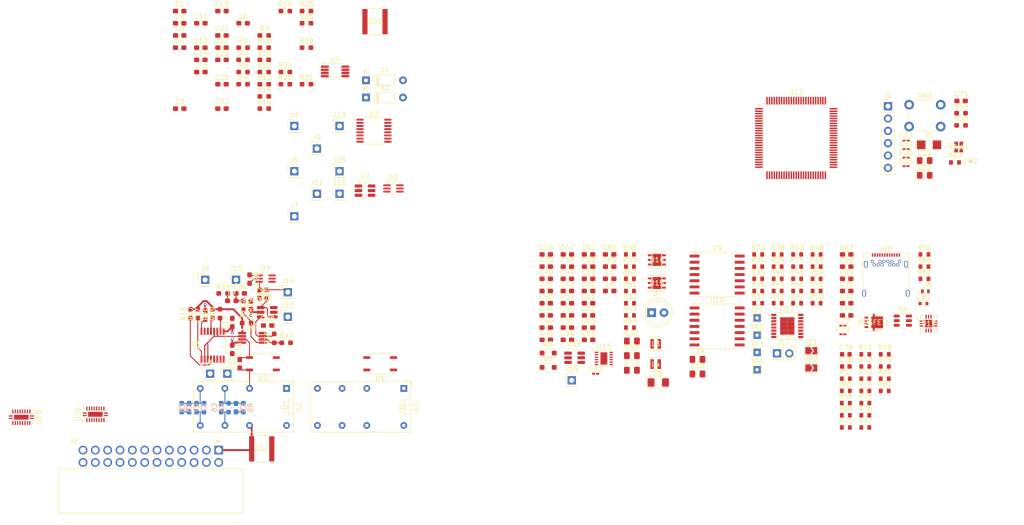
<source format=kicad_pcb>
(kicad_pcb (version 20241229) (generator "pcbnew") (generator_version "9.0")
  (title_block (title "ECE USB Multi-Function Lab Instrument") (rev "2"))
  (layers (0 "F.Cu" signal) (4 "In1.Cu" signal) (6 "In2.Cu" signal) (2 "B.Cu" signal) (13 "F.Paste" user) (15 "B.Paste" user) (5 "F.SilkS" user "F.Silkscreen") (7 "B.SilkS" user "B.Silkscreen") (1 "F.Mask" user) (3 "B.Mask" user) (25 "Edge.Cuts" user))
  (net 0 "")
  (net 1 "Net-(C1-Pad2)")
  (net 2 "GNDA")
  (net 3 "Net-(C2-Pad2)")
  (net 4 "Net-(C3-Pad2)")
  (net 5 "Net-(C3-Pad1)")
  (net 6 "Net-(C5-Pad2)")
  (net 7 "Net-(C6-Pad2)")
  (net 8 "Net-(C7-Pad1)")
  (net 9 "Net-(C7-Pad2)")
  (net 10 "Net-(J3-Pin_1)")
  (net 11 "Net-(J5-Pin_1)")
  (net 12 "Net-(J4-Pin_1)")
  (net 13 "Net-(J6-Pin_1)")
  (net 14 "GND")
  (net 15 "-5V")
  (net 16 "+5V")
  (net 17 "Net-(J9-Pin_1)")
  (net 18 "Net-(J10-Pin_1)")
  (net 19 "ADC2_INP3")
  (net 20 "ADC1_INP0")
  (net 21 "+3.3VA")
  (net 22 "Net-(U9A-+)")
  (net 23 "Net-(U10B-+)")
  (net 24 "VCAP")
  (net 25 "RCC_OSC_IN")
  (net 26 "RCC_OSC_OUT")
  (net 27 "RCC_OSC32_IN")
  (net 28 "RCC_OSC32_OUT")
  (net 29 "+12VA")
  (net 30 "-12VA")
  (net 31 "Net-(U13-Vref)")
  (net 32 "+3.3V")
  (net 33 "Net-(U13-Vfb1)")
  (net 34 "Net-(C45-Pad1)")
  (net 35 "Net-(C46-Pad1)")
  (net 36 "Net-(U13-Vfb2)")
  (net 37 "Net-(D8-K)")
  (net 38 "Net-(U16-C+)")
  (net 39 "Net-(U16-C-)")
  (net 40 "Net-(MOSFET1-G)")
  (net 41 "Net-(U17-IN_GD)")
  (net 42 "UCPD_CC1")
  (net 43 "UCPD_CC2")
  (net 44 "NRST")
  (net 45 "CH1_attenuate")
  (net 46 "CH0_attenuate")
  (net 47 "Net-(D5-A)")
  (net 48 "Net-(D6-K)")
  (net 49 "Net-(D7-K)")
  (net 50 "D-")
  (net 52 "D+")
  (net 53 "P_CH1_IN")
  (net 54 "P_CH0_IN")
  (net 55 "DEBUG_JTMS-SWDI0")
  (net 56 "DEBUG_JTD-SW0")
  (net 57 "DEBUG_JTCK_SWCLK")
  (net 58 "LOGIC_INP0")
  (net 59 "LOGIC_INP7")
  (net 60 "LOGIC_INP11")
  (net 61 "LOGIC_INP5")
  (net 62 "LOGIC_INP4")
  (net 63 "CH0_ACDC")
  (net 64 "LOGIC_INP3")
  (net 65 "LOGIC_INP2")
  (net 66 "DAC1_OUT1")
  (net 67 "DAC1_OUT2")
  (net 68 "LOGIC_INP8")
  (net 69 "LOGIC_INP6")
  (net 70 "LOGIC_INP1")
  (net 71 "CH1_ACDC")
  (net 72 "LOGIC_INP14")
  (net 73 "LOGIC_INP10")
  (net 74 "LOGIC_INP9")
  (net 75 "LOGIC_INP15")
  (net 76 "LOGIC_INP12")
  (net 77 "LOGIC_INP13")
  (net 78 "Net-(J7-Pin_1)")
  (net 79 "Net-(J8-Pin_1)")
  (net 80 "Net-(J11-Pin_1)")
  (net 81 "Net-(J12-Pin_1)")
  (net 92 "Net-(JP1-B)")
  (net 93 "/AWG_FrontEnd/C0_IN")
  (net 94 "/AWG_FrontEnd/C1_IN")
  (net 95 "Net-(JP2-B)")
  (net 96 "Net-(L1-Pad1)")
  (net 97 "Net-(L2-Pad1)")
  (net 98 "Net-(R9-Pad1)")
  (net 99 "Net-(R10-Pad1)")
  (net 100 "Net-(U3-1Y)")
  (net 101 "Net-(U5-1Y)")
  (net 102 "Net-(U3-1Z)")
  (net 103 "Net-(U3-2Z)")
  (net 104 "Net-(U3-3Z)")
  (net 105 "Net-(U3-4Z)")
  (net 106 "Net-(U5-1Z)")
  (net 107 "Net-(U5-2Z)")
  (net 108 "Net-(U5-3Z)")
  (net 109 "Net-(U5-4Z)")
  (net 110 "Net-(U4-+IN_B)")
  (net 111 "TIM2_CH3")
  (net 112 "Net-(U6-+IN_B)")
  (net 113 "TIM2_CH2")
  (net 114 "Net-(U4--IN_B)")
  (net 115 "Net-(U6--IN_B)")
  (net 116 "Net-(U4-OUT_B)")
  (net 117 "Net-(U6-OUT_B)")
  (net 118 "TIM1_CH1")
  (net 119 "TIM1_CH2")
  (net 120 "/AWG_FrontEnd/C0_FB")
  (net 121 "/AWG_FrontEnd/C1_FB")
  (net 122 "Net-(U11B-D2)")
  (net 123 "/AWG_FrontEnd/C0_OUT_G")
  (net 124 "Net-(U11B-D4)")
  (net 125 "Net-(U11A-D1)")
  (net 126 "/AWG_FrontEnd/C1_OUT_G")
  (net 127 "Net-(U11A-D3)")
  (net 128 "Net-(U9D--)")
  (net 129 "Net-(U10C--)")
  (net 130 "/AWG_FrontEnd/C0_V_OFF")
  (net 131 "/AWG_FrontEnd/C1_V_OFF")
  (net 132 "Net-(U12-BOOT0)")
  (net 133 "Net-(U12-VDDA)")
  (net 134 "VREFP")
  (net 135 "UCPD_FLT")
  (net 136 "Net-(U17-VBUS_CTRL)")
  (net 137 "CH1_amp_10")
  (net 138 "CH1_amp_5")
  (net 139 "CH1_amp_1")
  (net 140 "CH1_amp_2.5")
  (net 141 "CH0_amp_1")
  (net 142 "CH0_amp_5")
  (net 143 "CH0_amp_2.5")
  (net 144 "CH0_amp_10")
  (net 145 "GAIN_C1")
  (net 147 "GAIN_C0")
  (net 151 "LOGIC_IN6")
  (net 152 "LOGIC_IN15")
  (net 158 "DEBUG_JTRST")
  (net 159 "LOGIC_IN8")
  (net 160 "LOGIC_IN11")
  (net 162 "LOGIC_IN4")
  (net 163 "LOGIC_IN7")
  (net 167 "LOGIC_IN1")
  (net 170 "LOGIC_IN0")
  (net 171 "LOGIC_IN9")
  (net 173 "LOGIC_IN13")
  (net 176 "USCPD_DBn")
  (net 178 "LOGIC_IN12")
  (net 181 "LOGIC_IN2")
  (net 183 "DEBUG_JTDI")
  (net 184 "LOGIC_IN14")
  (net 186 "LOGIC_IN5")
  (net 190 "LOGIC_IN3")
  (net 193 "LOGIC_IN10")
  (net 196 "Net-(U15-V0)")
  (footprint "userfp:NX2016SA_NDK" (layer "F.Cu") (at 267.8943 70.9533)
    (property "Reference" "XTAL1")
    (property "Value" "NX2016SA-25M-EXS00A-CS08742")
  )
  (footprint "Jumper:SolderJumper-2_P1.3mm_Open_TrianglePad1.0x1.5mm" (layer "F.Cu") (at 237.5425 112.89)
    (property "Reference" "JP1")
    (property "Value" "SJ")
  )
  (footprint "Diode_SMD:D_0805_2012Metric_Pad1.15x1.40mm_HandSolder" (layer "F.Cu") (at 260.8975 73.745)
    (property "Reference" "C31")
    (property "Value" "2.2u")
  )
  (footprint "Resistor_SMD:R_0603_1608Metric" (layer "F.Cu") (at 244.6625 126.18)
    (property "Reference" "R69")
    (property "Value" "1M")
  )
  (footprint "userfp:IND_TAIYO_NRH2410_TAY" (layer "F.Cu") (at 205.5214 111.4725)
    (property "Reference" "L3")
    (property "Value" "4.7u")
  )
  (footprint "Capacitor_SMD:C_0201_0603Metric_Pad0.64x0.40mm_HandSolder" (layer "F.Cu") (at 257.0725 71.4)
    (property "Reference" "C34")
    (property "Value" "5.6p")
  )
  (footprint "Resistor_SMD:R_0603_1608Metric" (layer "F.Cu") (at 244.6625 121.16)
    (property "Reference" "R65")
    (property "Value" "1M")
  )
  (footprint "Inductor_SMD:L_0603_1608Metric_Pad1.05x0.95mm_HandSolder" (layer "F.Cu") (at 196.0425 98.09)
    (property "Reference" "L5")
    (property "Value" "47u")
  )
  (footprint "Package_SO:VSSOP-8_3x3mm_P0.65mm" (layer "F.Cu") (at 122.5085 110.236)
    (property "Reference" "U6")
    (property "Value" "LMP7718")
  )
  (footprint "Resistor_SMD:R_0603_1608Metric_Pad0.98x0.95mm_HandSolder" (layer "F.Cu") (at 116.4825 101.092)
    (property "Reference" "R24")
    (property "Value" "6.2")
  )
  (footprint "Capacitor_SMD:C_0603_1608Metric_Pad1.08x0.95mm_HandSolder" (layer "F.Cu") (at 121.92 98.1445 -90)
    (property "Reference" "C28")
    (property "Value" "100n")
  )
  (footprint "Capacitor_SMD:C_0805_2012Metric_Pad1.18x1.45mm_HandSolder" (layer "F.Cu") (at 200.6225 110.89)
    (property "Reference" "C37")
    (property "Value" "10u")
  )
  (footprint "Resistor_SMD:R_0603_1608Metric_Pad0.98x0.95mm_HandSolder" (layer "F.Cu") (at 124.9375 50.5)
    (property "Reference" "R10")
    (property "Value" "240")
  )
  (footprint "Capacitor_SMD:C_0603_1608Metric_Pad1.08x0.95mm_HandSolder" (layer "F.Cu") (at 107.5375 45.48)
    (property "Reference" "C2")
    (property "Value" "820p")
  )
  (footprint "userfp:TVS_ESDA25P35-1U1M" (layer "F.Cu") (at 261.0375 100.6535)
    (property "Reference" "D9")
    (property "Value" "ESDA25P35-1U1M")
  )
  (footprint "Capacitor_SMD:C_0603_1608Metric_Pad1.08x0.95mm_HandSolder" (layer "F.Cu") (at 187.3425 95.58)
    (property "Reference" "C48")
    (property "Value" "100n")
  )
  (footprint "Inductor_SMD:L_0603_1608Metric_Pad1.05x0.95mm_HandSolder" (layer "F.Cu") (at 196.0425 100.6)
    (property "Reference" "L6")
    (property "Value" "47u")
  )
  (footprint "userfp:POWERFLAT-3p3X3p3_STM" (layer "F.Cu") (at 250.412299 107.0502)
    (property "Reference" "MOSFET1")
    (property "Value" "STL11N3LLH6")
  )
  (footprint "Capacitor_SMD:C_0603_1608Metric_Pad1.08x0.95mm_HandSolder" (layer "F.Cu") (at 191.6925 105.62)
    (property "Reference" "C62")
    (property "Value" "1u")
  )
  (footprint "Resistor_SMD:R_0603_1608Metric_Pad0.98x0.95mm_HandSolder" (layer "F.Cu") (at 120.65 103.5285 -90)
    (property "Reference" "R29")
    (property "Value" "2K")
  )
  (footprint "Capacitor_SMD:C_0603_1608Metric_Pad1.08x0.95mm_HandSolder" (layer "F.Cu") (at 196.0425 93.07)
    (property "Reference" "C65")
    (property "Value" "100n")
  )
  (footprint "Connector_USB:USB_C_Receptacle_Amphenol_12401548E4-2A" (layer "F.Cu") (at 252.9225 98.21)
    (property "Reference" "J20")
    (property "Value" "USB_C_Receptacle")
  )
  (footprint "Relay_THT:Relay_DPDT_Omron_G5V-2" (layer "F.Cu") (at 153.67 120.65 -90)
    (property "Reference" "K1")
    (property "Value" "G5V-2")
  )
  (footprint "Capacitor_SMD:C_0603_1608Metric_Pad1.08x0.95mm_HandSolder" (layer "F.Cu") (at 111.8875 53.01)
    (property "Reference" "C14")
    (property "Value" "100n")
  )
  (footprint "Connector_PinHeader_2.54mm:PinHeader_1x01_P2.54mm_Vertical" (layer "F.Cu") (at 117.348 117.602)
    (property "Reference" "J4")
    (property "Value" "T_att")
  )
  (footprint "Connector_PinHeader_2.54mm:PinHeader_1x01_P2.54mm_Vertical" (layer "F.Cu") (at 119.126 98.298)
    (property "Reference" "J10")
    (property "Value" "T_pwm")
  )
  (footprint "Resistor_SMD:R_0603_1608Metric_Pad0.98x0.95mm_HandSolder" (layer "F.Cu") (at 124.9375 47.99)
    (property "Reference" "R9")
    (property "Value" "240")
  )
  (footprint "userfp:GDT_SH_LTF" (layer "F.Cu") (at 124.4219 133.096)
    (property "Reference" "GD2")
    (property "Value" "GDT_SH90")
  )
  (footprint "Resistor_SMD:R_0603_1608Metric" (layer "F.Cu") (at 260.8425 98.09)
    (property "Reference" "R67")
    (property "Value" "10K")
  )
  (footprint "Capacitor_SMD:C_0805_2012Metric_Pad1.18x1.45mm_HandSolder" (layer "F.Cu") (at 214.1125 114.67)
    (property "Reference" "C29")
    (property "Value" "10u")
  )
  (footprint "Connector_PinHeader_2.54mm:PinHeader_1x01_P2.54mm_Vertical" (layer "F.Cu") (at 135.7875 80.58)
    (property "Reference" "J11")
    (property "Value" "T_buf")
  )
  (footprint "Resistor_SMD:R_0603_1608Metric_Pad0.98x0.95mm_HandSolder" (layer "F.Cu") (at 114.3 105.2595 90)
    (property "Reference" "R20")
    (property "Value" "9.1K")
  )
  (footprint "Capacitor_SMD:C_0603_1608Metric_Pad1.08x0.95mm_HandSolder" (layer "F.Cu") (at 187.3425 108.13)
    (property "Reference" "C55")
    (property "Value" "4.7uF")
  )
  (footprint "Capacitor_SMD:C_0603_1608Metric" (layer "F.Cu") (at 244.6625 116.14)
    (property "Reference" "C78")
    (property "Value" "100nF")
  )
  (footprint "Resistor_SMD:R_0603_1608Metric" (layer "F.Cu") (at 200.2225 93.07)
    (property "Reference" "R58")
    (property "Value" "110k")
  )
  (footprint "Capacitor_SMD:C_0603_1608Metric_Pad1.08x0.95mm_HandSolder" (layer "F.Cu") (at 112.776 105.5635 90)
    (property "Reference" "C17")
    (property "Value" "100n")
  )
  (footprint "Resistor_SMD:R_0603_1608Metric" (layer "F.Cu") (at 200.2225 108.13)
    (property "Reference" "R64")
    (property "Value" "1K")
  )
  (footprint "Package_SO:TSSOP-16_4.4x5mm_P0.65mm" (layer "F.Cu") (at 147.5125 67.6)
    (property "Reference" "U3")
    (property "Value" "CD74HC4316PWR")
  )
  (footprint "Diode_SMD:D_1206_3216Metric_Pad1.42x1.75mm_HandSolder" (layer "F.Cu") (at 206.0475 119.43)
    (property "Reference" "D8")
    (property "Value" "D_Schottky")
  )
  (footprint "TestPoint:TestPoint_THTPad_1.5x1.5mm_Drill0.7mm" (layer "F.Cu") (at 226.3925 116.79)
    (property "Reference" "TP4")
    (property "Value" "TestPoint")
  )
  (footprint "Capacitor_SMD:C_0603_1608Metric_Pad1.08x0.95mm_HandSolder" (layer "F.Cu") (at 123.952 101.2455 -90)
    (property "Reference" "C26")
    (property "Value" "160p")
  )
  (footprint "Resistor_SMD:R_0603_1608Metric_Pad0.98x0.95mm_HandSolder" (layer "F.Cu") (at 124.9375 53.01)
    (property "Reference" "R11")
    (property "Value" "1K")
  )
  (footprint "Resistor_SMD:R_0603_1608Metric" (layer "F.Cu") (at 244.6625 123.67)
    (property "Reference" "R68")
    (property "Value" "1M")
  )
  (footprint "Connector_PinHeader_2.54mm:PinHeader_1x01_P2.54mm_Vertical" (layer "F.Cu") (at 140.4375 80.58)
    (property "Reference" "J16")
    (property "Value" "+3.3VA")
  )
  (footprint "Capacitor_SMD:C_0603_1608Metric_Pad1.08x0.95mm_HandSolder" (layer "F.Cu") (at 191.6925 100.6)
    (property "Reference" "C60")
    (property "Value" "4.7uF")
  )
  (footprint "TestPoint:TestPoint_THTPad_1.5x1.5mm_Drill0.7mm" (layer "F.Cu") (at 226.3925 106.14)
    (property "Reference" "TP1")
    (property "Value" "TestPoint")
  )
  (footprint "Resistor_SMD:R_0603_1608Metric" (layer "F.Cu") (at 252.6825 113.63)
    (property "Reference" "R78")
    (property "Value" "1M")
  )
  (footprint "userfp:IND_TAIYO_NRH2410_TAY" (layer "F.Cu") (at 205.5214 115.6475)
    (property "Reference" "L4")
    (property "Value" "4.7u")
  )
  (footprint "Resistor_SMD:R_0603_1608Metric" (layer "F.Cu") (at 200.2225 98.09)
    (property "Reference" "R60")
    (property "Value" "10K")
  )
  (footprint "Capacitor_SMD:C_0603_1608Metric_Pad1.08x0.95mm_HandSolder" (layer "F.Cu") (at 116.2375 63.05)
    (property "Reference" "C27")
    (property "Value" "100n")
  )
  (footprint "Resistor_SMD:R_0603_1608Metric" (layer "F.Cu") (at 200.2225 103.11)
    (property "Reference" "R62")
    (property "Value" "1K")
  )
  (footprint "Package_DFN_QFN:DHVQFN-20-1EP_2.5x4.5mm_P0.5mm_EP1x3mm" (layer "F.Cu") (at 74.942 126.5745 -90)
    (property "Reference" "U18")
    (property "Value" "74HC245")
  )
  (footprint "Package_QFP:LQFP-100_14x14mm_P0.5mm" (layer "F.Cu") (at 234.442 69.088)
    (property "Reference" "U12")
    (property "Value" "STM32H562VGTx")
  )
  (footprint "Resistor_SMD:R_0603_1608Metric" (layer "F.Cu") (at 238.6525 93.07)
    (property "Reference" "R48")
    (property "Value" "10K")
  )
  (footprint "Capacitor_SMD:C_0603_1608Metric_Pad1.08x0.95mm_HandSolder" (layer "F.Cu") (at 111.8875 45.48)
    (property "Reference" "C11")
    (property "Value" "100n")
  )
  (footprint "Package_DFN_QFN:ST_UFDFPN-12-1EP_3x3mm_P0.5mm_EP1.4x2.55mm" (layer "F.Cu") (at 194.8475 114.485)
    (property "Reference" "U13")
    (property "Value" "r1283")
  )
  (footprint "Capacitor_SMD:C_0603_1608Metric_Pad1.08x0.95mm_HandSolder" (layer "F.Cu") (at 122.174 103.5315 90)
    (property "Reference" "C24")
    (property "Value" "100n")
  )
  (footprint "Resistor_SMD:R_0603_1608Metric_Pad0.98x0.95mm_HandSolder" (layer "F.Cu") (at 129.2875 55.52)
    (property "Reference" "R21")
    (property "Value" "1K")
  )
  (footprint "Capacitor_SMD:C_0603_1608Metric_Pad1.08x0.95mm_HandSolder" (layer "F.Cu") (at 244.8325 100.6)
    (property "Reference" "C70")
    (property "Value" "10nF")
  )
  (footprint "Capacitor_SMD:C_0603_1608Metric_Pad1.08x0.95mm_HandSolder" (layer "F.Cu") (at 191.6925 110.64)
    (property "Reference" "C64")
    (property "Value" "100n")
  )
  (footprint "Connector_PinHeader_2.54mm:PinHeader_1x01_P2.54mm_Vertical" (layer "F.Cu") (at 131.1375 85.23)
    (property "Reference" "J7")
    (property "Value" "T_amp")
  )
  (footprint "Inductor_SMD:L_0603_1608Metric_Pad1.05x0.95mm_HandSolder" (layer "F.Cu") (at 120.5875 45.48)
    (property "Reference" "L1")
    (property "Value" "10u")
  )
  (footprint "Capacitor_SMD:C_0603_1608Metric_Pad1.08x0.95mm_HandSolder" (layer "F.Cu") (at 116.2375 58.03)
    (property "Reference" "C25")
    (property "Value" "160p")
  )
  (footprint "Capacitor_SMD:C_0603_1608Metric_Pad1.08x0.95mm_HandSolder" (layer "F.Cu") (at 187.3425 105.62)
    (property "Reference" "C54")
    (property "Value" "100n")
  )
  (footprint "Capacitor_SMD:C_0603_1608Metric_Pad1.08x0.95mm_HandSolder" (layer "F.Cu") (at 182.9925 108.13)
    (property "Reference" "C45")
    (property "Value" "120p")
  )
  (footprint "Package_SO:SOIC-14W_7.5x9mm_P1.27mm" (layer "F.Cu") (at 218.1625 97.215)
    (property "Reference" "U9")
    (property "Value" "Opamp_Quad")
  )
  (footprint "Capacitor_SMD:C_0603_1608Metric_Pad1.08x0.95mm_HandSolder" (layer "F.Cu") (at 116.2375 42.97)
    (property "Reference" "C19")
    (property "Value" "1u")
  )
  (footprint "Resistor_SMD:R_0603_1608Metric" (layer "F.Cu") (at 252.6825 116.14)
    (property "Reference" "R79")
    (property "Value" "1M")
  )
  (footprint "Capacitor_SMD:C_0805_2012Metric_Pad1.18x1.45mm_HandSolder" (layer "F.Cu") (at 200.6225 113.9)
    (property "Reference" "C50")
    (property "Value" "10u")
  )
  (footprint "Resistor_SMD:R_0603_1608Metric_Pad0.98x0.95mm_HandSolder" (layer "F.Cu") (at 120.5875 55.52)
    (property "Reference" "R3")
    (property "Value" "820K")
  )
  (footprint "Resistor_SMD:R_0603_1608Metric_Pad0.98x0.95mm_HandSolder" (layer "F.Cu") (at 133.6375 42.97)
    (property "Reference" "R25")
    (property "Value" "2K")
  )
  (footprint "Capacitor_SMD:C_0201_0603Metric_Pad0.64x0.40mm_HandSolder" (layer "F.Cu") (at 193.1625 117.63)
    (property "Reference" "C42")
    (property "Value" "100n")
  )
  (footprint "Capacitor_SMD:C_0603_1608Metric_Pad1.08x0.95mm_HandSolder" (layer "F.Cu") (at 182.9925 105.62)
    (property "Reference" "C44")
    (property "Value" "100n")
  )
  (footprint "Resistor_SMD:R_0603_1608Metric" (layer "F.Cu") (at 248.6725 128.69)
    (property "Reference" "R77")
    (property "Value" "1M")
  )
  (footprint "Capacitor_SMD:C_0603_1608Metric_Pad1.08x0.95mm_HandSolder" (layer "F.Cu") (at 244.8325 93.07)
    (property "Reference" "C67")
    (property "Value" "100n")
  )
  (footprint "Resistor_SMD:R_0603_1608Metric" (layer "F.Cu") (at 260.8425 93.07)
    (property "Reference" "R56")
    (property "Value" "10K")
  )
  (footprint "Connector_PinHeader_2.54mm:PinHeader_1x01_P2.54mm_Vertical" (layer "F.Cu") (at 131.1375 75.93)
    (property "Reference" "J5")
    (property "Value" "T_acdc")
  )
  (footprint "Inductor_SMD:L_0603_1608Metric_Pad1.05x0.95mm_HandSolder" (layer "F.Cu") (at 118.251 102.616)
    (property "Reference" "L2")
    (property "Value" "10u")
  )
  (footprint "Capacitor_SMD:C_0603_1608Metric_Pad1.08x0.95mm_HandSolder" (layer "F.Cu") (at 191.6925 108.13)
    (property "Reference" "C63")
    (property "Value" "100n")
  )
  (footprint "Resistor_SMD:R_0603_1608Metric" (layer "F.Cu") (at 234.6425 103.11)
    (property "Reference" "R47")
    (property "Value" "3K3")
  )
  (footprint "Resistor_SMD:R_0603_1608Metric_Pad0.98x0.95mm_HandSolder" (layer "F.Cu") (at 111.252 105.2595 90)
    (property "Reference" "R17")
    (property "Value" "6.2")
  )
  (footprint "Capacitor_SMD:C_0603_1608Metric_Pad1.08x0.95mm_HandSolder" (layer "F.Cu") (at 182.9925 100.6)
    (property "Reference" "C41")
    (property "Value" "100n")
  )
  (footprint "Capacitor_SMD:C_0603_1608Metric_Pad1.08x0.95mm_HandSolder" (layer "F.Cu") (at 182.9925 98.09)
    (property "Reference" "C40")
    (property "Value" "100n")
  )
  (footprint "Capacitor_SMD:C_0201_0603Metric_Pad0.64x0.40mm_HandSolder" (layer "F.Cu") (at 257.0725 73.15)
    (property "Reference" "C35")
    (property "Value" "3.3p")
  )
  (footprint "Connector_PinHeader_2.54mm:PinHeader_1x01_P2.54mm_Vertical" (layer "F.Cu") (at 112.776 98.298)
    (property "Reference" "J8")
    (property "Value" "T_amp")
  )
  (footprint "Capacitor_SMD:C_0603_1608Metric_Pad1.08x0.95mm_HandSolder" (layer "F.Cu") (at 191.6925 95.58)
    (property "Reference" "C58")
    (property "Value" "4.7uF")
  )
  (footprint "Resistor_SMD:R_0603_1608Metric_Pad0.98x0.95mm_HandSolder" (layer "F.Cu") (at 133.6375 50.5)
    (property "Reference" "R28")
    (property "Value" "1K")
  )
  (footprint "Resistor_SMD:R_0603_1608Metric" (layer "F.Cu") (at 234.6425 100.6)
    (property "Reference" "R46")
    (property "Value" "10K")
  )
  (footprint "Capacitor_SMD:C_0201_0603Metric_Pad0.64x0.40mm_HandSolder" (layer "F.Cu") (at 257.0725 69.65)
    (property "Reference" "C33")
    (property "Value" "5.6p")
  )
  (footprint "Package_SO:SOP-4_3.8x4.1mm_P2.54mm" (layer "F.Cu") (at 148.8 115.57 180)
    (property "Reference" "U1")
    (property "Value" "AQY284SX")
  )
  (footprint "Package_TO_SOT_SMD:SOT-363_SC-70-6_Handsoldering" (layer "F.Cu") (at 125.222 98.044)
    (property "Reference" "D4")
    (property "Value" "BAV199DW")
  )
  (footprint "Capacitor_SMD:C_0603_1608Metric_Pad1.08x0.95mm_HandSolder" (layer "F.Cu") (at 116.2375 53.01)
    (property "Reference" "C23")
    (property "Value" "100n")
  )
  (footprint "userfp:DFN_5APU33R_STM" (layer "F.Cu") (at 205.7603 98.9538)
    (property "Reference" "U15")
    (property "Value" "ST1L05APU33R")
  )
  (footprint "Resistor_SMD:R_0603_1608Metric" (layer "F.Cu") (at 252.6825 121.16)
    (property "Reference" "R81")
    (property "Value" "1M")
  )
  (footprint "Resistor_SMD:R_0603_1608Metric" (layer "F.Cu") (at 244.6625 118.65)
    (property "Reference" "R57")
    (property "Value" "1M")
  )
  (footprint "Package_SO:TSSOP-16_4.4x5mm_P0.65mm" (layer "F.Cu") (at 114.3 111.76 90)
    (property "Reference" "U5")
    (property "Value" "CD74HC4316PWR")
  )
  (footprint "Resistor_SMD:R_0603_1608Metric_Pad0.98x0.95mm_HandSolder" (layer "F.Cu") (at 125.476 101.2425 90)
    (property "Reference" "R32")
    (property "Value" "100")
  )
  (footprint "Capacitor_SMD:C_0603_1608Metric_Pad1.08x0.95mm_HandSolder" (layer "F.Cu") (at 107.5375 50.5)
    (property "Reference" "C4")
    (property "Value" "820p")
  )
  (footprint "Resistor_SMD:R_0603_1608Metric_Pad0.98x0.95mm_HandSolder" (layer "F.Cu") (at 124.9375 55.52)
    (property "Reference" "R12")
    (property "Value" "1K")
  )
  (footprint "Capacitor_SMD:C_0603_1608Metric_Pad1.08x0.95mm_HandSolder" (layer "F.Cu") (at 244.8325 95.58)
    (property "Reference" "C68")
    (property "Value" "100n")
  )
  (footprint "Connector_PinHeader_2.54mm:PinHeader_1x01_P2.54mm_Vertical" (layer "F.Cu") (at 135.7875 71.28)
    (property "Reference" "J9")
    (property "Value" "T_pwm")
  )
  (footprint "Package_DFN_QFN:DHVQFN-20-1EP_2.5x4.5mm_P0.5mm_EP1x3mm" (layer "F.Cu") (at 90.182 125.984 90)
    (property "Reference" "U20")
    (property "Value" "74HC245")
  )
  (footprint "Capacitor_SMD:C_0805_2012Metric_Pad1.18x1.45mm_HandSolder" (layer "F.Cu") (at 200.6225 116.91)
    (property "Reference" "C51")
    (property "Value" "10u")
  )
  (footprint "Capacitor_SMD:C_0603_1608Metric_Pad1.08x0.95mm_HandSolder" (layer "F.Cu") (at 119.888 115.57 90)
    (property "Reference" "C10")
    (property "Value" "47n")
  )
  (footprint "Capacitor_SMD:C_0603_1608Metric_Pad1.08x0.95mm_HandSolder" (layer "F.Cu") (at 182.9925 110.64)
    (property "Reference" "C46")
    (property "Value" "120p")
  )
  (footprint "Capacitor_SMD:C_0201_0603Metric_Pad0.64x0.40mm_HandSolder" (layer "F.Cu") (at 244.0625 107.75)
    (property "Reference" "C72")
    (property "Value" "330p")
  )
  (footprint "Capacitor_SMD:C_0603_1608Metric_Pad1.08x0.95mm_HandSolder" (layer "F.Cu") (at 118.364 112.6225 -90)
    (property "Reference" "C16")
    (property "Value" "100n")
  )
  (footprint "Package_TO_SOT_SMD:SOT-23-6_Handsoldering" (layer "F.Cu") (at 125.556 104.968)
    (property "Reference" "U8")
    (property "Value" "OPA863")
  )
  (footprint "Resistor_SMD:R_0603_1608Metric_Pad0.98x0.95mm_HandSolder" (layer "F.Cu") (at 127 110.3395 90)
    (property "Reference" "R30")
    (property "Value" "1K")
  )
  (footprint "Package_SO:SOP-4_3.8x4.1mm_P2.54mm" (layer "F.Cu") (at 124.67 115.57 180)
    (property "Reference" "U2")
    (property "Value" "AQY284SX")
  )
  (footprint "Capacitor_SMD:C_0603_1608Metric_Pad1.08x0.95mm_HandSolder" (layer "F.Cu") (at 116.2375 47.99)
    (property "Reference" "C21")
    (property "Value" "100n")
  )
  (footprint "Resistor_SMD:R_0603_1608Metric" (layer "F.Cu") (at 200.2225 95.58)
    (property "Reference" "R59")
    (property "Value" "100k")
  )
  (footprint "TestPoint:TestPoint_THTPad_1.5x1.5mm_Drill0.7mm" (layer "F.Cu") (at 226.3925 109.69)
    (property "Reference" "TP2")
    (property "Value" "TestPoint")
  )
  (footprint "Capacitor_SMD:C_0603_1608Metric_Pad1.08x0.95mm_HandSolder" (layer "F.Cu") (at 116.2375 50.5)
    (property "Reference" "C22")
    (property "Value" "100n")
  )
  (footprint "Resistor_SMD:R_0603_1608Metric" (layer "F.Cu") (at 226.6225 103.11)
    (property "Reference" "R37")
    (property "Value" "10K")
  )
  (footprint "Resistor_SMD:R_0603_1608Metric_Pad0.98x0.95mm_HandSolder" (layer "F.Cu") (at 115.824 105.2595 90)
    (property "Reference" "R19")
    (property "Value" "3.9K")
  )
  (footprint "Capacitor_SMD:C_0201_0603Metric_Pad0.64x0.40mm_HandSolder" (layer "F.Cu") (at 257.0725 74.9)
    (property "Reference" "C36")
    (property "Value" "3.3p")
  )
  (footprint "Capacitor_SMD:C_0603_1608Metric_Pad1.08x0.95mm_HandSolder" (layer "F.Cu") (at 111.8875 55.52)
    (property "Reference" "C15")
    (property "Value" "100n")
  )
  (footprint "Resistor_SMD:R_0603_1608Metric" (layer "F.Cu") (at 260.8425 95.58)
    (property "Reference" "R66")
    (property "Value" "2.4K")
  )
  (footprint "Diode_SMD:D_SOD-323_HandSoldering" (layer "F.Cu") (at 183.3875 113.37)
    (property "Reference" "D5")
    (property "Value" "NSR0530")
  )
  (footprint "Diode_SMD:D_SOD-523" (layer "F.Cu") (at 260.6575 103.18)
    (property "Reference" "CR1")
    (property "Value" "BAT54KFILM")
  )
  (footprint "Resistor_SMD:R_0603_1608Metric" (layer "F.Cu") (at 248.6725 126.18)
    (property "Reference" "R76")
    (property "Value" "1M")
  )
  (footprint "TestPoint:TestPoint_THTPad_1.5x1.5mm_Drill0.7mm" (layer "F.Cu") (at 226.3925 113.24)
    (property "Reference" "TP3")
    (property "Value" "TestPoint")
  )
  (footprint "userfp:DIODE_ESDALC6V1-1U2_STM" (layer "F.Cu") (at 270.2979 73.883)
    (property "Reference" "CR2")
    (property "Value" "ESDALC6V1-1U2")
  )
  (footprint "Connector_PinHeader_2.54mm:PinHeader_1x01_P2.54mm_Vertical" (layer "F.Cu") (at 140.4375 66.63)
    (property "Reference" "J13")
    (property "Value" "ADC2")
  )
  (footprint "Button_Switch_THT:SW_PUSH_6mm_H7.3mm" (layer "F.Cu") (at 257.6925 62.25)
    (property "Reference" "SW1")
    (property "Value" "SW_Push")
  )
  (footprint "Capacitor_SMD:C_0603_1608Metric_Pad1.08x0.95mm_HandSolder" (layer "F.Cu") (at 125.6295 107.696)
    (property "Reference" "C18")
    (property "Value" "100n")
  )
  (footprint "Package_TO_SOT_SMD:SOT-23-6_Handsoldering" (layer "F.Cu") (at 145.6875 79.935)
    (property "Reference" "U7")
    (property "Value" "OPA863")
  )
  (footprint "Package_SO:SOIC-14W_7.5x9mm_P1.27mm" (layer "F.Cu") (at 218.1625 107.89)
    (property "Reference" "U10")
    (property "Value" "Opamp_Quad")
  )
  (footprint "Resistor_SMD:R_0603_1608Metric_Pad0.98x0.95mm_HandSolder" (layer "F.Cu") (at 129.2875 58.03)
    (property "Reference" "R22")
    (property "Value" "6.2")
  )
  (footprint "Resistor_SMD:R_0603_1608Metric" (layer "F.Cu") (at 226.6225 100.6)
    (property "Reference" "R36")
    (property "Value" "3K3")
  )
  (footprint "Capacitor_SMD:C_0603_1608Metric_Pad1.08x0.95mm_HandSolder" (layer "F.Cu") (at 119.9885 101.092)
    (property "Reference" "C20")
    (property "Value" "1u")
  )
  (footprint "Resistor_SMD:R_0603_1608Metric" (layer "F.Cu") (at 238.6525 100.6)
    (property "Reference" "R51")
    (property "Value" "10K")
  )
  (footprint "userfp:GDT_SH_LTF" (layer "F.Cu") (at 147.7362 45.1487)
    (property "Reference" "GD1")
    (property "Value" "GDT_SH90")
  )
  (footprint "Capacitor_SMD:C_0603_1608Metric_Pad1.08x0.95mm_HandSolder" (layer "F.Cu") (at 187.3425 93.07)
    (property "Reference" "C47")
    (property "Value" "100n")
  )
  (footprint "Resistor_SMD:R_0603_1608Metric" (layer "F.Cu") (at 230.6325 100.6)
    (property "Reference" "R41")
    (property "Value" "1K")
  )
  (footprint "Capacitor_SMD:C_0201_0603Metric_Pad0.64x0.40mm_HandSolder" (layer "F.Cu") (at 244.0625 109.5)
    (property "Reference" "C73")
    (property "Value" "330p")
  )
  (footprint "Resistor_SMD:R_0603_1608Metric" (layer "F.Cu") (at 238.6525 95.58)
    (property "Reference" "R49")
    (property "Value" "3K3")
  )
  (footprint "Diode_SMD:D_SOD-323_HandSoldering" (layer "F.Cu") (at 183.3875 116.32)
    (property "Reference" "D6")
    (property "Value" "NSR0530")
  )
  (footprint "Resistor_SMD:R_0603_1608Metric_Pad0.98x0.95mm_HandSolder" (layer "F.Cu") (at 109.728 105.2595 90)
    (property "Reference" "R18")
    (property "Value" "1.5K")
  )
  (footprint "Capacitor_SMD:C_0603_1608Metric_Pad1.08x0.95mm_HandSolder" (layer "F.Cu") (at 268.3925 61.48)
    (property "Reference" "C75")
    (property "Value" "100n")
  )
  (footprint "Capacitor_SMD:C_0603_1608Metric" (layer "F.Cu") (at 244.6625 113.63)
    (property "Reference" "C76")
    (property "Value" "100nF")
  )
  (footprint "Resistor_SMD:R_0603_1608Metric" (layer "F.Cu") (at 234.6425 95.58)
    (property "Reference" "R44")
    (property "Value" "10K")
  )
  (footprint "Resistor_SMD:R_0603_1608Metric" (layer "F.Cu") (at 226.6225 95.58)
    (property "Reference" "R34")
    (property "Value" "10K")
  )
  (footprint "Resistor_SMD:R_0603_1608Metric_Pad0.98x0.95mm_HandSolder" (layer "F.Cu") (at 120.5875 53.01)
    (property "Reference" "R2")
    (property "Value" "68K")
  )
  (footprint "Resistor_SMD:R_0603_1608Metric" (layer "F.Cu") (at 230.6325 93.07)
    (property "Reference" "R38")
    (property "Value" "3K3")
  )
  (footprint "Package_TO_SOT_SMD:SOT-23-6_Handsoldering" (layer "F.Cu") (at 188.8325 114.345)
    (property "Reference" "U16")
    (property "Value" "LTC1983ES6-5#TRPBF")
  )
  (footprint "Capacitor_SMD:C_0603_1608Metric_Pad1.08x0.95mm_HandSolder" (layer "F.Cu") (at 182.9925 103.11)
    (property "Reference" "C43")
    (property "Value" "100n")
  )
  (footprint "Capacitor_SMD:C_0603_1608Metric_Pad1.08x0.95mm_HandSolder" (layer "F.Cu") (at 187.3425 103.11)
    (property "Reference" "C53")
    (property "Value" "100n")
  )
  (footprint "Resistor_SMD:R_0603_1608Metric" (layer "F.Cu") (at 226.6225 98.09)
    (property "Reference" "R35")
    (property "Value" "10K")
  )
  (footprint "Capacitor_SMD:C_0603_1608Metric_Pad1.08x0.95mm_HandSolder" (layer "F.Cu") (at 191.6925 103.11)
    (property "Reference" "C61")
    (property "Value" "10u")
  )
  (footprint "Connector_PinHeader_2.54mm:PinHeader_1x01_P2.54mm_Vertical" (layer "F.Cu") (at 129.794 105.918)
    (property "Reference" "J12")
    (property "Value" "T_buf")
  )
  (footprint "Resistor_SMD:R_0603_1608Metric_Pad0.98x0.95mm_HandSolder" (layer "F.Cu") (at 268.3925 63.99)
    (property "Reference" "R54")
    (property "Value" "0")
  )
  (footprint "LED_THT:LED_D5.0mm" (layer "F.Cu") (at 204.6925 105.06)
    (property "Reference" "D7")
    (property "Value" "LED")
  )
  (footprint "Capacitor_SMD:C_0805_2012Metric_Pad1.18x1.45mm_HandSolder" (layer "F.Cu") (at 214.1125 117.68)
    (property "Reference" "C30")
    (property "Value" "10u")
  )
  (footprint "Capacitor_SMD:C_0603_1608Metric_Pad1.08x0.95mm_HandSolder" (layer "F.Cu") (at 182.9925 93.07)
    (property "Reference" "C38")
    (property "Value" "100n")
  )
  (footprint "Resistor_SMD:R_0603_1608Metric_Pad0.98x0.95mm_HandSolder" (layer "F.Cu") (at 129.4365 111.252)
    (property "Reference" "R27")
    (property "Value" "2K")
  )
  (footprint "Connector_PinHeader_2.54mm:PinHeader_2x01_P2.54mm_Vertical" (layer "F.Cu") (at 230.4925 113.44)
    (property "Reference" "J17")
    (property "Value" "2x01")
  )
  (footprint "Resistor_SMD:R_0603_1608Metric_Pad0.98x0.95mm_HandSolder" (layer "F.Cu") (at 124.9375 63.05)
    (property "Reference" "R15")
    (property "Value" "3.9K")
  )
  (footprint "Diode_THT:D_DO-35_SOD27_P7.62mm_Horizontal" (layer "F.Cu") (at 145.8775 60.77)
    (property "Reference" "D2")
    (property "Value" "1N4148")
  )
  (footprint "Capacitor_SMD:C_0603_1608Metric_Pad1.08x0.95mm_HandSolder" (layer "F.Cu") (at 107.5375 42.97)
    (property "Reference" "C1")
    (property "Value" "200p")
  )
  (footprint "Resistor_SMD:R_0603_1608Metric" (layer "F.Cu") (at 244.6625 128.69)
    (property "Reference" "R70")
    (property "Value" "1M")
  )
  (footprint "Capacitor_SMD:C_0603_1608Metric_Pad1.08x0.95mm_HandSolder" (layer "F.Cu") (at 191.6925 93.07)
    (property "Reference" "C57")
    (property "Value" "100n")
  )
  (footprint "Capacitor_SMD:C_0603_1608Metric_Pad1.08x0.95mm_HandSolder" (layer "F.Cu") (at 187.3425 98.09)
    (property "Reference" "C49")
    (property "Value" "100n")
  )
  (footprint "Diode_THT:D_DO-35_SOD27_P7.62mm_Horizontal" (layer "F.Cu") (at 145.8775 57.22)
    (property "Reference" "D1")
    (property "Value" "1N4148")
  )
  (footprint "Resistor_SMD:R_0603_1608Metric_Pad0.98x0.95mm_HandSolder" (layer "F.Cu") (at 124.9375 60.54)
    (property "Reference" "R14")
    (property "Value" "1.5K")
  )
  (footprint "Resistor_SMD:R_0603_1608Metric" (layer "F.Cu") (at 238.6525 103.11)
    (property "Reference" "R52")
    (property "Value" "10K")
  )
  (footprint "Resistor_SMD:R_0603_1608Metric" (layer "F.Cu") (at 226.6225 93.07)
    (property "Reference" "R33")
    (property "Value" "10K")
  )
  (footprint "Capacitor_SMD:C_0603_1608Metric_Pad1.08x0.95mm_HandSolder" (layer "F.Cu") (at 182.9925 95.58)
    (property "Reference" "C39")
    (property "Value" "100n")
  )
  (footprint "Diode_SMD:D_0805_2012Metric_Pad1.15x1.40mm_HandSolder" (layer "F.Cu") (at 260.8975 76.785)
    (property "Reference" "C32")
    (property "Value" "2.2u")
  )
  (footprint "Capacitor_SMD:C_0603_1608Metric_Pad1.08x0.95mm_HandSolder" (layer "F.Cu") (at 111.8875 50.5)
    (property "Reference" "C13")
    (property "Value" "100n")
  )
  (footprint "Package_TO_SOT_SMD:SOT-363_SC-70-6_Handsoldering" (layer "F.Cu") (at 151.5375 79.485)
    (property "Reference" "D3")
    (property "Value" "BAV199DW")
  )
  (footprint "userfp:SOT95P280X145-6N" (layer "F.Cu") (at 256.3925 106.7025)
    (property "Reference" "D10")
    (property "Value" "USBLC6-2SC6")
  )
  (footprint "Connector_PinHeader_2.54mm:PinHeader_1x01_P2.54mm_Vertical" (layer "F.Cu") (at 140.4375 75.93)
    (property "Reference" "J15")
    (property "Value" "+3.3VA")
  )
  (footprint "Package_SO:VSSOP-8_3x3mm_P0.65mm" (layer "F.Cu") (at 139.5175 55.39)
    (property "Reference" "U4")
    (property "Value" "LMP7718")
  )
  (footprint "Connector_PinHeader_2.54mm:PinHeader_1x01_P2.54mm_Vertical" (layer "F.Cu") (at 188.2325 118.99)
    (property "Reference" "J19")
    (property "Value" "T_N5V")
  )
  (footprint "Resistor_SMD:R_0603_1608Metric_Pad0.98x0.95mm_HandSolder" (layer "F.Cu") (at 129.2875 42.97)
    (property "Reference" "R16")
    (property "Value" "9.1K")
  )
  (footprint "Connector_PinHeader_2.54mm:PinHeader_1x01_P2.54mm_Vertical" (layer "F.Cu") (at 113.792 117.602)
    (property "Reference" "J6")
    (property "Value" "T_acdc")
  )
  (footprint "Connector_PinHeader_2.54mm:PinHeader_1x01_P2.54mm_Vertical" (layer "F.Cu") (at 131.1375 66.63)
    (property "Reference" "J3")
    (property "Value" "T_att")
  )
  (footprint "Resistor_SMD:R_0603_1608Metric" (layer "F.Cu") (at 200.2225 100.6)
    (property "Reference" "R61")
    (property "Value" "1K")
  )
  (footprint "Resistor_SMD:R_0603_1608Metric_Pad0.98x0.95mm_HandSolder" (layer "F.Cu") (at 124.9375 58.03)
    (property "Reference" "R13")
    (property "Value" "6.2")
  )
  (footprint "Jumper:SolderJumper-2_P1.3mm_Open_TrianglePad1.0x1.5mm" (layer "F.Cu") (at 237.5425 116.44)
    (property "Reference" "JP2")
    (property "Value" "SJ")
  )
  (footprint "Resistor_SMD:R_0603_1608Metric" (layer "F.Cu") (at 248.6725 123.67)
    (property "Reference" "R75")
    (property "Value" "1M")
  )
  (footprint "Connector_PinHeader_2.54mm:PinHeader_1x01_P2.54mm_Vertical" (layer "F.Cu") (at 129.794 100.838)
    (property "Reference" "J14")
    (property "Value" "ADC1")
  )
  (footprint "Resistor_SMD:R_0603_1608Metric" (layer "F.Cu") (at 200.2225 105.62)
    (property "Reference" "R63")
    (property "Value" "10K")
  )
  (footprint "Package_SO:TSSOP-16-1EP_4.4x5mm_P0.65mm" (layer "F.Cu") (at 232.6075 107.79)
    (property "Reference" "U11")
    (property "Value" "DG403")
  )
  (footprint "Resistor_SMD:R_0603_1608Metric_Pad0.98x0.95mm_HandSolder" (layer "F.Cu") (at 268.3925 66.5)
    (property "Reference" "R55")
    (property "Value" "0")
  )
  (footprint "Capacitor_SMD:C_0603_1608Metric_Pad1.08x0.95mm_HandSolder" (layer "F.Cu") (at 244.8325 105.62)
    (property "Reference" "C74")
    (property "Value" "2.2u")
  )
  (footprint "Resistor_SMD:R_0603_1608Metric" (layer "F.Cu") (at 248.6725 116.14)
    (property "Reference" "R72")
    (property "Value" "1M")
  )
  (footprint "Capacitor_SMD:C_0603_1608Metric_Pad1.08x0.95mm_HandSolder" (layer "F.Cu") (at 196.0425 95.58)
    (property "Reference" "C66")
    (property "Value" "10u")
  )
  (footprint "userfp:DFN_5APU33R_STM" (layer "F.Cu") (at 205.7603 94.1946)
    (property "Reference" "U14")
    (property "Value" "ST1L05APU33R")
  )
  (footprint "Resistor_SMD:R_0603_1608Metric_Pad0.98x0.95mm_HandSolder" (layer "F.Cu") (at 120.5875 50.5)
    (property "Reference" "R1")
    (property "Value" "820K")
  )
  (footprint "Resistor_SMD:R_0603_1608Metric" (layer "F.Cu") (at 248.6725 118.65)
    (property "Reference" "R73")
    (property "Value" "1M")
  )
  (footprint "Resistor_SMD:R_0603_1608Metric_Pad0.98x0.95mm_HandSolder" (layer "F.Cu") (at 120.5875 58.03)
    (property "Reference" "R4")
    (property "Value" "200k")
  )
  (footprint "Resistor_SMD:R_0603_1608Metric" (layer "F.Cu") (at 252.6825 118.65)
    (property "Reference" "R80")
    (property "Value" "1M")
  )
  (footprint "Relay_THT:Relay_DPDT_Omron_G5V-2" (layer "F.Cu") (at 129.54 120.65 -90)
    (property "Reference" "K2")
    (property "Value" "G5V-2")
  )
  (footprint "Capacitor_SMD:C_0603_1608Metric_Pad1.08x0.95mm_HandSolder" (layer "F.Cu") (at 107.5375 47.99)
    (property "Reference" "C3")
    (property "Value" "68p")
  )
  (footprint "Resistor_SMD:R_0603_1608Metric" (layer "F.Cu") (at 267.1325 74.13)
    (property "Reference" "R53")
    (property "Value" "10K")
  )
  (footprint "Capacitor_SMD:C_0603_1608Metric_Pad1.08x0.95mm_HandSolder" (layer "F.Cu") (at 244.8325 103.11)
    (property "Reference" "C71")
    (property "Value" "100n")
  )
  (footprint "Resistor_SMD:R_0603_1608Metric" (layer "F.Cu") (at 248.6725 121.16)
    (property "Reference" "R74")
    (property "Value" "1M")
  )
  (footprint "Resistor_SMD:R_0603_1608Metric" (layer "F.Cu") (at 230.6325 103.11)
    (property "Reference" "R42")
    (property "Value" "10K")
  )
  (footprint "Capacitor_SMD:C_0603_1608Metric_Pad1.08x0.95mm_HandSolder" (layer "F.Cu") (at 107.5375 63.05)
    (property "Reference" "C9")
    (property "Value" "47n")
  )
  (footprint "Capacitor_SMD:C_0603_1608Metric_Pad1.08x0.95mm_HandSolder" (layer "F.Cu") (at 118.364 107.0875 90)
    (property "Reference" "C12")
    (property "Value" "100n")
  )
  (footprint "Resistor_SMD:R_0603_1608Metric" (layer "F.Cu") (at 248.6725 113.63)
    (property "Reference" "R71")
    (property "Value" "1M")
  )
  (footprint "Resistor_SMD:R_0603_1608Metric" (layer "F.Cu") (at 230.6325 98.09)
    (property "Reference" "R40")
    (property "Value" "10K")
  )
  (footprint "Capacitor_SMD:C_0603_1608Metric_Pad1.08x0.95mm_HandSolder" (layer "F.Cu") (at 187.3425 110.64)
    (property "Reference" "C56")
    (property "Value" "4.7uF")
  )
  (footprint "Resistor_SMD:R_0603_1608Metric_Pad0.98x0.95mm_HandSolder" (layer "F.Cu") (at 133.6375 45.48)
    (property "Reference" "R26")
    (property "Value" "2K")
  )
  (footprint "Resistor_SMD:R_0603_1608Metric" (layer "F.Cu") (at 234.6425 98.09)
    (property "Reference" "R45")
    (property "Value" "10K")
  )
  (footprint "Connector_PinHeader_2.54mm:PinHeader_1x06_P2.54mm_Vertical" (layer "F.Cu") (at 253.3425 62.55)
    (property "Reference" "J1")
    (property "Value" "Conn_01x06_Pin")
  )
  (footprint "Resistor_SMD:R_0603_1608Metric" (layer "F.Cu") (at 234.6425 93.07)
    (property "Reference" "R43")
    (property "Value" "10K")
  )
  (footprint "Resistor_SMD:R_0603_1608Metric_Pad0.98x0.95mm_HandSolder" (layer "F.Cu") (at 121.3085 107.188)
    (property "Reference" "R23")
    (property "Value" "1K")
  )
  (footprint "Resistor_SMD:R_0603_1608Metric" (layer "F.Cu") (at 238.6525 98.09)
    (property "Reference" "R50")
    (property "Value" "10K")
  )
  (footprint "Capacitor_SMD:C_0603_1608Metric_Pad1.08x0.95mm_HandSolder" (layer "F.Cu") (at 187.3425 100.6)
    (property "Reference" "C52")
    (property "Value" "100n")
  )
  (footprint "Capacitor_SMD:C_0603_1608Metric_Pad1.08x0.95mm_HandSolder" (layer "F.Cu") (at 244.8325 98.09)
    (property "Reference" "C69")
    (property "Value" "100n")
  )
  (footprint "Capacitor_SMD:C_0603_1608Metric_Pad1.08x0.95mm_HandSolder" (layer "F.Cu") (at 191.6925 98.09)
    (property "Reference" "C59")
    (property "Value" "4.7uF")
  )
  (footprint "Crystal:Crystal_SMD_MicroCrystal_CC7V-T1A-2Pin_3.2x1.5mm_HandSoldering" (layer "F.Cu") (at 261.8025 70.5)
    (property "Reference" "Y1")
    (property "Value" "32.768kHz")
  )
  (footprint "Resistor_SMD:R_0603_1608Metric" (layer "F.Cu") (at 230.6325 95.58)
    (property "Reference" "R39")
    (property "Value" "1K")
  )
  (footprint "userfp:QFN12_TCPP01-M12_STM" (layer "F.Cu") (at 261.6865 107.3018)
    (property "Reference" "U17")
    (property "Value" "TCPP01-M12")
  )
  (footprint "userfp:OST_302-R241" (layer "F.Cu") (at 101.6 134.62)
    (property "Reference" "J2")
    (property "Value" "Conn_02x12_Odd_Even")
  )
  (footprint "Resistor_SMD:R_0603_1608Metric_Pad0.98x0.95mm_HandSolder" (layer "F.Cu") (at 133.6375 58.03)
    (property "Reference" "R31")
    (property "Value" "100")
  )
  (footprint "Capacitor_SMD:C_0603_1608Metric_Pad1.08x0.95mm_HandSolder" (layer "B.Cu") (at 110.998 124.6135 90)
    (property "Reference" "C7")
    (property "Value" "68p")
  )
  (footprint "Resistor_SMD:R_0603_1608Metric_Pad0.98x0.95mm_HandSolder" (layer "B.Cu") (at 117.602 124.6105 -90)
    (property "Reference" "R6")
    (property "Value" "200k")
  )
  (footprint "Resistor_SMD:R_0603_1608Metric_Pad0.98x0.95mm_HandSolder" (layer "B.Cu") (at 112.522 124.6105 -90)
    (property "Reference" "R7")
    (property "Value" "820K")
  )
  (footprint "Capacitor_SMD:C_0603_1608Metric_Pad1.08x0.95mm_HandSolder" (layer "B.Cu") (at 116.078 124.6135 -90)
    (property "Reference" "C6")
    (property "Value" "820p")
  )
  (footprint "Resistor_SMD:R_0603_1608Metric_Pad0.98x0.95mm_HandSolder" (layer "B.Cu") (at 120.65 124.6105 90)
    (property "Reference" "R5")
    (property "Value" "820K")
  )
  (footprint "Capacitor_SMD:C_0603_1608Metric_Pad1.08x0.95mm_HandSolder" (layer "B.Cu") (at 119.126 124.6135 90)
    (property "Reference" "C5")
    (property "Value" "200p")
  )
  (footprint "Capacitor_SMD:C_0603_1608Metric_Pad1.08x0.95mm_HandSolder" (layer "B.Cu") (at 109.474 124.6135 -90)
    (property "Reference" "C8")
    (property "Value" "820p")
  )
  (footprint "Resistor_SMD:R_0603_1608Metric_Pad0.98x0.95mm_HandSolder" (layer "B.Cu") (at 107.95 124.6105 90)
    (property "Reference" "R8")
    (property "Value" "68K")
  )
  (segment (start 122.883 98.044) (end 121.92 99.007) (width 0.2) (layer "F.Cu") (net 2))
  (segment (start 123.892 98.044) (end 122.883 98.044) (width 0.2) (layer "F.Cu") (net 2))
  (segment (start 120.597 125.476) (end 120.65 125.423) (width 0.2) (layer "B.Cu") (net 2))
  (segment (start 119.126 125.476) (end 120.597 125.476) (width 0.2) (layer "B.Cu") (net 2))
  (segment (start 107.997 125.476) (end 107.95 125.523) (width 0.2) (layer "B.Cu") (net 2))
  (segment (start 109.474 125.476) (end 107.997 125.476) (width 0.2) (layer "B.Cu") (net 2))
  (segment (start 116.84 123.698) (end 116.84 120.65) (width 0.2) (layer "B.Cu") (net 6))
  (segment (start 116.131 123.698) (end 116.078 123.751) (width 0.2) (layer "B.Cu") (net 6))
  (segment (start 116.84 123.698) (end 116.131 123.698) (width 0.2) (layer "B.Cu") (net 6))
  (segment (start 117.602 123.698) (end 116.84 123.698) (width 0.2) (layer "B.Cu") (net 6))
  (segment (start 117.602 123.698) (end 120.65 123.698) (width 0.2) (layer "B.Cu") (net 6))
  (segment (start 117.602 125.523) (end 116.84 125.523) (width 0.2) (layer "B.Cu") (net 7))
  (segment (start 116.84 125.523) (end 116.84 128.27) (width 0.2) (layer "B.Cu") (net 7))
  (segment (start 116.84 125.523) (end 116.125 125.523) (width 0.2) (layer "B.Cu") (net 7))
  (segment (start 116.125 125.523) (end 116.078 125.476) (width 0.2) (layer "B.Cu") (net 7))
  (segment (start 111.76 125.523) (end 111.76 128.27) (width 0.2) (layer "B.Cu") (net 8))
  (segment (start 112.522 125.523) (end 111.76 125.523) (width 0.2) (layer "B.Cu") (net 8))
  (segment (start 111.045 125.523) (end 110.998 125.476) (width 0.2) (layer "B.Cu") (net 8))
  (segment (start 111.76 125.523) (end 111.045 125.523) (width 0.2) (layer "B.Cu") (net 8))
  (segment (start 112.522 123.698) (end 111.76 123.698) (width 0.2) (layer "B.Cu") (net 9))
  (segment (start 111.76 123.698) (end 111.76 120.65) (width 0.2) (layer "B.Cu") (net 9))
  (segment (start 108.003 123.751) (end 107.95 123.698) (width 0.2) (layer "B.Cu") (net 9))
  (segment (start 111.76 123.698) (end 111.051 123.698) (width 0.2) (layer "B.Cu") (net 9))
  (segment (start 110.998 123.751) (end 108.003 123.751) (width 0.2) (layer "B.Cu") (net 9))
  (segment (start 111.051 123.698) (end 110.998 123.751) (width 0.2) (layer "B.Cu") (net 9))
  (segment (start 120.2955 116.84) (end 119.888 116.4325) (width 0.2) (layer "F.Cu") (net 12))
  (segment (start 121.92 116.84) (end 120.2955 116.84) (width 0.2) (layer "F.Cu") (net 12))
  (segment (start 121.92 116.84) (end 121.92 120.65) (width 0.2) (layer "F.Cu") (net 12))
  (segment (start 121.92 114.3) (end 120.2955 114.3) (width 0.2) (layer "F.Cu") (net 13))
  (segment (start 121.92 111.272501) (end 121.208499 110.561) (width 0.2) (layer "F.Cu") (net 13))
  (segment (start 121.208499 110.561) (end 120.396 110.561) (width 0.2) (layer "F.Cu") (net 13))
  (segment (start 121.92 114.3) (end 121.92 111.272501) (width 0.2) (layer "F.Cu") (net 13))
  (segment (start 120.2955 114.3) (end 119.888 114.7075) (width 0.2) (layer "F.Cu") (net 13))
  (segment (start 112.776 104.701) (end 112.776 103.378) (width 0.4) (layer "F.Cu") (net 14))
  (via (at 112.776 103.378) (size 0.6) (drill 0.3) (layers "F.Cu" "B.Cu") (net 14))
  (segment (start 120.396 111.211) (end 118.913 111.211) (width 0.4) (layer "F.Cu") (net 15))
  (segment (start 122.748 104.968) (end 122.174 104.394) (width 0.4) (layer "F.Cu") (net 15))
  (segment (start 117.4165 108.8975) (end 118.364 107.95) (width 0.4) (layer "F.Cu") (net 15))
  (segment (start 118.364 111.76) (end 118.364 110.536) (width 0.4) (layer "F.Cu") (net 15))
  (segment (start 116.575 108.8975) (end 117.4165 108.8975) (width 0.4) (layer "F.Cu") (net 15))
  (segment (start 118.913 111.211) (end 118.364 111.76) (width 0.4) (layer "F.Cu") (net 15))
  (segment (start 118.364 107.95) (end 118.364 109.22) (width 0.4) (layer "F.Cu") (net 15))
  (segment (start 124.206 104.968) (end 122.748 104.968) (width 0.4) (layer "F.Cu") (net 15))
  (segment (start 122.174 104.394) (end 122.174 105.664) (width 0.4) (layer "F.Cu") (net 15))
  (via (at 118.364 109.22) (size 0.6) (drill 0.3) (layers "F.Cu" "B.Cu") (net 15))
  (via (at 118.364 110.536) (size 0.6) (drill 0.3) (layers "F.Cu" "B.Cu") (net 15))
  (via (at 122.174 105.664) (size 0.6) (drill 0.3) (layers "F.Cu" "B.Cu") (net 15))
  (segment (start 112.025 107.177) (end 112.776 106.426) (width 0.2) (layer "F.Cu") (net 16))
  (segment (start 112.025 108.8975) (end 112.025 107.177) (width 0.2) (layer "F.Cu") (net 16))
  (segment (start 120.65 102.616) (end 119.126 102.616) (width 0.2) (layer "F.Cu") (net 18))
  (segment (start 119.126 102.616) (end 119.126 101.092) (width 0.2) (layer "F.Cu") (net 18))
  (segment (start 123.952 98.754) (end 123.892 98.694) (width 0.2) (layer "F.Cu") (net 20))
  (segment (start 123.952 100.383) (end 125.423 100.383) (width 0.2) (layer "F.Cu") (net 20))
  (segment (start 123.952 100.383) (end 123.952 98.754) (width 0.2) (layer "F.Cu") (net 20))
  (segment (start 129.286 100.33) (end 129.794 100.838) (width 0.2) (layer "F.Cu") (net 20))
  (segment (start 125.476 100.33) (end 129.286 100.33) (width 0.2) (layer "F.Cu") (net 20))
  (segment (start 125.423 100.383) (end 125.476 100.33) (width 0.2) (layer "F.Cu") (net 20))
  (segment (start 122.032 97.394) (end 121.92 97.282) (width 0.2) (layer "F.Cu") (net 21))
  (segment (start 123.892 97.394) (end 122.032 97.394) (width 0.2) (layer "F.Cu") (net 21))
  (segment (start 122.0978 133.35) (end 122.3518 133.096) (width 0.4) (layer "F.Cu") (net 54))
  (segment (start 115.57 133.35) (end 122.0978 133.35) (width 0.4) (layer "F.Cu") (net 54))
  (segment (start 122.3518 133.096) (end 122.3518 128.7018) (width 0.4) (layer "F.Cu") (net 54))
  (segment (start 122.3518 128.7018) (end 121.92 128.27) (width 0.4) (layer "F.Cu") (net 54))
  (segment (start 112.4345 102.677) (end 111.252 103.8595) (width 0.4) (layer "F.Cu") (net 79))
  (segment (start 120.396 107.188) (end 120.396 106.172) (width 0.4) (layer "F.Cu") (net 79))
  (segment (start 118.571 104.347) (end 114.3 104.347) (width 0.4) (layer "F.Cu") (net 79))
  (segment (start 111.252 104.347) (end 109.728 104.347) (width 0.4) (layer "F.Cu") (net 79))
  (segment (start 111.252 103.8595) (end 111.252 104.347) (width 0.4) (layer "F.Cu") (net 79))
  (segment (start 114.3 103.910636) (end 113.066364 102.677) (width 0.4) (layer "F.Cu") (net 79))
  (segment (start 120.396 106.172) (end 118.571 104.347) (width 0.4) (layer "F.Cu") (net 79))
  (segment (start 114.3 104.347) (end 114.3 103.910636) (width 0.4) (layer "F.Cu") (net 79))
  (segment (start 120.396 109.261) (end 120.396 107.188) (width 0.4) (layer "F.Cu") (net 79))
  (segment (start 113.066364 102.677) (end 112.4345 102.677) (width 0.4) (layer "F.Cu") (net 79))
  (segment (start 125.354 104.018) (end 124.206 104.018) (width 0.2) (layer "F.Cu") (net 81))
  (segment (start 125.801001 105.918) (end 125.603 105.719999) (width 0.2) (layer "F.Cu") (net 81))
  (segment (start 124.206 103.886) (end 125.476 102.616) (width 0.2) (layer "F.Cu") (net 81))
  (segment (start 124.206 104.018) (end 124.206 103.886) (width 0.2) (layer "F.Cu") (net 81))
  (segment (start 126.906 105.918) (end 125.801001 105.918) (width 0.2) (layer "F.Cu") (net 81))
  (segment (start 125.603 104.267) (end 125.354 104.018) (width 0.2) (layer "F.Cu") (net 81))
  (segment (start 125.603 105.719999) (end 125.603 104.267) (width 0.2) (layer "F.Cu") (net 81))
  (segment (start 117.376 102.616) (end 117.376 101.111) (width 0.2) (layer "F.Cu") (net 97))
  (segment (start 117.376 101.111) (end 117.395 101.092) (width 0.2) (layer "F.Cu") (net 97))
  (segment (start 120.371 109.936) (end 115.576001 109.936) (width 0.2) (layer "F.Cu") (net 101))
  (segment (start 113.325 111.293) (end 113.274 111.242) (width 0.2) (layer "F.Cu") (net 101))
  (segment (start 114.625 109.753) (end 114.808 109.936) (width 0.2) (layer "F.Cu") (net 101))
  (segment (start 115.576001 109.936) (end 115.275 109.634999) (width 0.2) (layer "F.Cu") (net 101))
  (segment (start 120.396 109.911) (end 120.371 109.936) (width 0.2) (layer "F.Cu") (net 101))
  (segment (start 112.675 111.841) (end 112.675 112.837001) (width 0.2) (layer "F.Cu") (net 101))
  (segment (start 114.625 108.8975) (end 114.625 109.753) (width 0.2) (layer "F.Cu") (net 101))
  (segment (start 113.274 111.242) (end 112.675 111.841001) (width 0.2) (layer "F.Cu") (net 101))
  (segment (start 113.325 114.6225) (end 113.325 111.293) (width 0.2) (layer "F.Cu") (net 101))
  (segment (start 112.675 111.841001) (end 112.675 112.837001) (width 0.2) (layer "F.Cu") (net 101))
  (segment (start 115.576001 109.936) (end 114.808 109.936) (width 0.2) (layer "F.Cu") (net 101))
  (segment (start 114.808 109.936) (end 114.58 109.936) (width 0.2) (layer "F.Cu") (net 101))
  (segment (start 112.675 112.837001) (end 112.675 114.6225) (width 0.2) (layer "F.Cu") (net 101))
  (segment (start 114.58 109.936) (end 112.675 111.841) (width 0.2) (layer "F.Cu") (net 101))
  (segment (start 115.275 109.634999) (end 115.275 108.8975) (width 0.2) (layer "F.Cu") (net 101))
  (segment (start 112.025 113.041) (end 112.025 114.6225) (width 0.2) (layer "F.Cu") (net 106))
  (segment (start 111.252 112.268) (end 112.025 113.041) (width 0.2) (layer "F.Cu") (net 106))
  (segment (start 111.252 106.172) (end 111.252 112.268) (width 0.2) (layer "F.Cu") (net 106))
  (segment (start 113.510999 115.824) (end 113.975 115.359999) (width 0.2) (layer "F.Cu") (net 107))
  (segment (start 111.585565 115.824) (end 113.510999 115.824) (width 0.2) (layer "F.Cu") (net 107))
  (segment (start 113.975 115.359999) (end 113.975 114.6225) (width 0.2) (layer "F.Cu") (net 107))
  (segment (start 109.728 113.966435) (end 111.585565 115.824) (width 0.2) (layer "F.Cu") (net 107))
  (segment (start 109.728 106.172) (end 109.728 113.966435) (width 0.2) (layer "F.Cu") (net 107))
  (segment (start 115.925 108.8975) (end 115.925 106.273) (width 0.2) (layer "F.Cu") (net 108))
  (segment (start 115.925 106.273) (end 115.824 106.172) (width 0.2) (layer "F.Cu") (net 108))
  (segment (start 113.975 108.8975) (end 113.975 106.497) (width 0.2) (layer "F.Cu") (net 109))
  (segment (start 113.975 106.497) (end 114.3 106.172) (width 0.2) (layer "F.Cu") (net 109))
  (segment (start 123.403 111.211) (end 124.621 111.211) (width 0.2) (layer "F.Cu") (net 112))
  (segment (start 120.65 105.2595) (end 120.65 104.394) (width 0.2) (layer "F.Cu") (net 112))
  (segment (start 122.221 110.029) (end 123.403 111.211) (width 0.2) (layer "F.Cu") (net 112))
  (segment (start 122.221 107.188) (end 122.221 110.029) (width 0.2) (layer "F.Cu") (net 112))
  (segment (start 122.221 107.188) (end 122.221 106.8305) (width 0.2) (layer "F.Cu") (net 112))
  (segment (start 122.221 106.8305) (end 120.65 105.2595) (width 0.2) (layer "F.Cu") (net 112))
  (segment (start 127 111.252) (end 128.524 111.252) (width 0.2) (layer "F.Cu") (net 115))
  (segment (start 126.238 111.252) (end 127 111.252) (width 0.2) (layer "F.Cu") (net 115))
  (segment (start 124.621 110.561) (end 125.547 110.561) (width 0.2) (layer "F.Cu") (net 115))
  (segment (start 125.547 110.561) (end 126.238 111.252) (width 0.2) (layer "F.Cu") (net 115))
  (segment (start 123.627 109.911) (end 123.19 109.474) (width 0.2) (layer "F.Cu") (net 117))
  (segment (start 124.621 109.911) (end 123.627 109.911) (width 0.2) (layer "F.Cu") (net 117))
  (segment (start 123.19 106.934) (end 124.206 105.918) (width 0.2) (layer "F.Cu") (net 117))
  (segment (start 124.621 109.911) (end 126.516 109.911) (width 0.2) (layer "F.Cu") (net 117))
  (segment (start 126.516 109.911) (end 127 109.427) (width 0.2) (layer "F.Cu") (net 117))
  (segment (start 123.19 109.474) (end 123.19 106.934) (width 0.2) (layer "F.Cu") (net 117))
)
</source>
